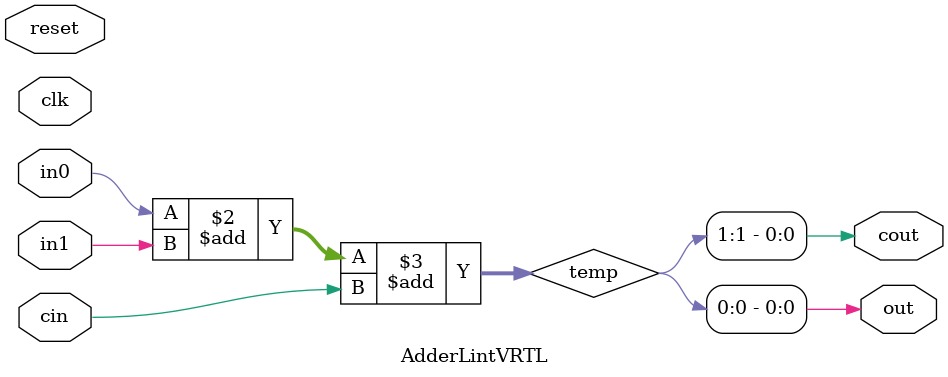
<source format=v>
module AdderLintVRTL
#(
  parameter nbits = 1
)(
  input              clk,
  input              reset,
  input  [nbits-1:0] in0,
  input  [nbits-1:0] in1,
  input              cin,
  output [nbits-1:0] out,
  output             cout
);

  reg [nbits:0] temp;

  always @( * ) begin
    temp = (in0 + in1) + cin;
  end

  assign cout = temp[nbits];
  assign out  = temp[nbits-1:0];

endmodule

</source>
